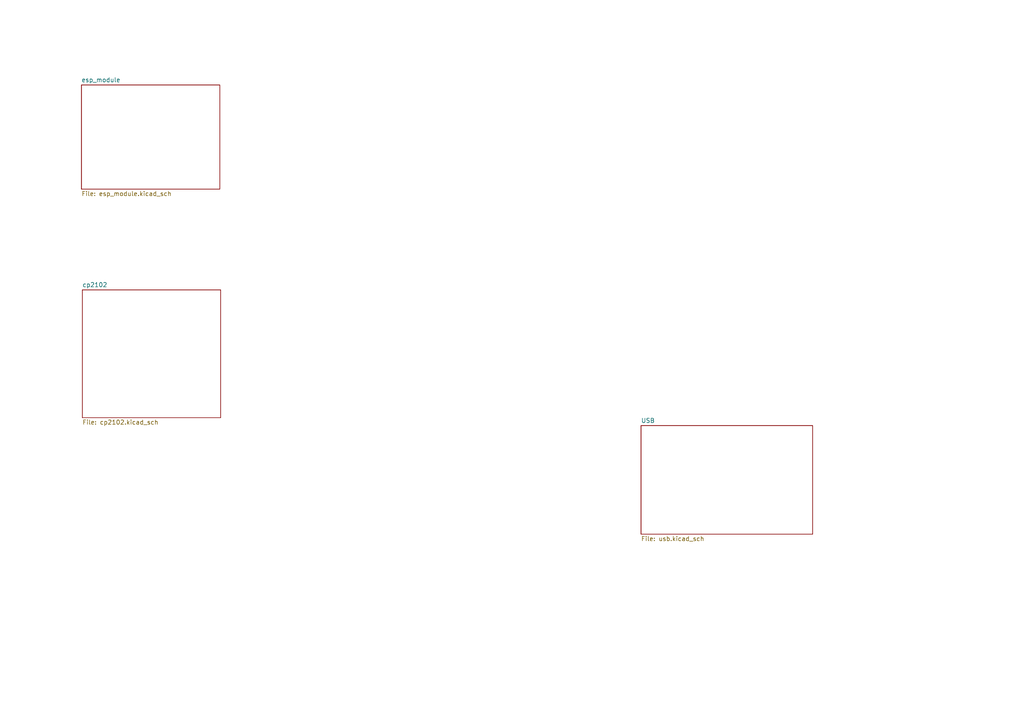
<source format=kicad_sch>
(kicad_sch (version 20230121) (generator eeschema)
  (paper "A4")
  (lib_symbols)
  (sheet (at 23.622 24.638) (size 40.132 30.226) (stroke (width 0.1524))
    (property "Sheetname" "esp_module" (at 23.622 23.9264 0) (effects (justify left bottom)))
    (property "Sheetfile" "esp_module.kicad_sch" (at 23.622 55.4486 0) (effects (justify left top)))
  )
  (sheet (at 23.876 84.074) (size 40.132 37.084) (stroke (width 0.1524))
    (property "Sheetname" "cp2102" (at 23.876 83.3624 0) (effects (justify left bottom)))
    (property "Sheetfile" "cp2102.kicad_sch" (at 23.876 121.7426 0) (effects (justify left top)))
  )
  (sheet (at 185.928 123.444) (size 49.784 31.496) (stroke (width 0.1524))
    (property "Sheetname" "USB" (at 185.928 122.7324 0) (effects (justify left bottom)))
    (property "Sheetfile" "usb.kicad_sch" (at 185.928 155.5246 0) (effects (justify left top)))
  )
)
</source>
